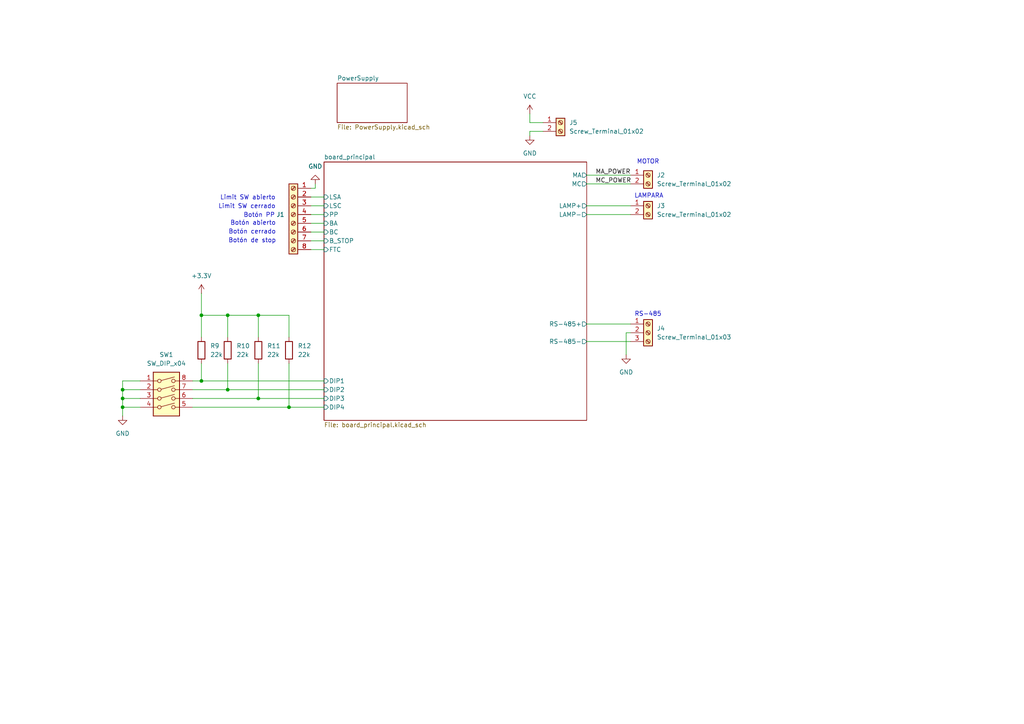
<source format=kicad_sch>
(kicad_sch
	(version 20250114)
	(generator "eeschema")
	(generator_version "9.0")
	(uuid "1b977d99-1d22-4971-9e37-13f65a474bc7")
	(paper "A4")
	(lib_symbols
		(symbol "Connector:Screw_Terminal_01x02"
			(pin_names
				(offset 1.016)
				(hide yes)
			)
			(exclude_from_sim no)
			(in_bom yes)
			(on_board yes)
			(property "Reference" "J"
				(at 0 2.54 0)
				(effects
					(font
						(size 1.27 1.27)
					)
				)
			)
			(property "Value" "Screw_Terminal_01x02"
				(at 0 -5.08 0)
				(effects
					(font
						(size 1.27 1.27)
					)
				)
			)
			(property "Footprint" ""
				(at 0 0 0)
				(effects
					(font
						(size 1.27 1.27)
					)
					(hide yes)
				)
			)
			(property "Datasheet" "~"
				(at 0 0 0)
				(effects
					(font
						(size 1.27 1.27)
					)
					(hide yes)
				)
			)
			(property "Description" "Generic screw terminal, single row, 01x02, script generated (kicad-library-utils/schlib/autogen/connector/)"
				(at 0 0 0)
				(effects
					(font
						(size 1.27 1.27)
					)
					(hide yes)
				)
			)
			(property "ki_keywords" "screw terminal"
				(at 0 0 0)
				(effects
					(font
						(size 1.27 1.27)
					)
					(hide yes)
				)
			)
			(property "ki_fp_filters" "TerminalBlock*:*"
				(at 0 0 0)
				(effects
					(font
						(size 1.27 1.27)
					)
					(hide yes)
				)
			)
			(symbol "Screw_Terminal_01x02_1_1"
				(rectangle
					(start -1.27 1.27)
					(end 1.27 -3.81)
					(stroke
						(width 0.254)
						(type default)
					)
					(fill
						(type background)
					)
				)
				(polyline
					(pts
						(xy -0.5334 0.3302) (xy 0.3302 -0.508)
					)
					(stroke
						(width 0.1524)
						(type default)
					)
					(fill
						(type none)
					)
				)
				(polyline
					(pts
						(xy -0.5334 -2.2098) (xy 0.3302 -3.048)
					)
					(stroke
						(width 0.1524)
						(type default)
					)
					(fill
						(type none)
					)
				)
				(polyline
					(pts
						(xy -0.3556 0.508) (xy 0.508 -0.3302)
					)
					(stroke
						(width 0.1524)
						(type default)
					)
					(fill
						(type none)
					)
				)
				(polyline
					(pts
						(xy -0.3556 -2.032) (xy 0.508 -2.8702)
					)
					(stroke
						(width 0.1524)
						(type default)
					)
					(fill
						(type none)
					)
				)
				(circle
					(center 0 0)
					(radius 0.635)
					(stroke
						(width 0.1524)
						(type default)
					)
					(fill
						(type none)
					)
				)
				(circle
					(center 0 -2.54)
					(radius 0.635)
					(stroke
						(width 0.1524)
						(type default)
					)
					(fill
						(type none)
					)
				)
				(pin passive line
					(at -5.08 0 0)
					(length 3.81)
					(name "Pin_1"
						(effects
							(font
								(size 1.27 1.27)
							)
						)
					)
					(number "1"
						(effects
							(font
								(size 1.27 1.27)
							)
						)
					)
				)
				(pin passive line
					(at -5.08 -2.54 0)
					(length 3.81)
					(name "Pin_2"
						(effects
							(font
								(size 1.27 1.27)
							)
						)
					)
					(number "2"
						(effects
							(font
								(size 1.27 1.27)
							)
						)
					)
				)
			)
			(embedded_fonts no)
		)
		(symbol "Connector:Screw_Terminal_01x03"
			(pin_names
				(offset 1.016)
				(hide yes)
			)
			(exclude_from_sim no)
			(in_bom yes)
			(on_board yes)
			(property "Reference" "J"
				(at 0 5.08 0)
				(effects
					(font
						(size 1.27 1.27)
					)
				)
			)
			(property "Value" "Screw_Terminal_01x03"
				(at 0 -5.08 0)
				(effects
					(font
						(size 1.27 1.27)
					)
				)
			)
			(property "Footprint" ""
				(at 0 0 0)
				(effects
					(font
						(size 1.27 1.27)
					)
					(hide yes)
				)
			)
			(property "Datasheet" "~"
				(at 0 0 0)
				(effects
					(font
						(size 1.27 1.27)
					)
					(hide yes)
				)
			)
			(property "Description" "Generic screw terminal, single row, 01x03, script generated (kicad-library-utils/schlib/autogen/connector/)"
				(at 0 0 0)
				(effects
					(font
						(size 1.27 1.27)
					)
					(hide yes)
				)
			)
			(property "ki_keywords" "screw terminal"
				(at 0 0 0)
				(effects
					(font
						(size 1.27 1.27)
					)
					(hide yes)
				)
			)
			(property "ki_fp_filters" "TerminalBlock*:*"
				(at 0 0 0)
				(effects
					(font
						(size 1.27 1.27)
					)
					(hide yes)
				)
			)
			(symbol "Screw_Terminal_01x03_1_1"
				(rectangle
					(start -1.27 3.81)
					(end 1.27 -3.81)
					(stroke
						(width 0.254)
						(type default)
					)
					(fill
						(type background)
					)
				)
				(polyline
					(pts
						(xy -0.5334 2.8702) (xy 0.3302 2.032)
					)
					(stroke
						(width 0.1524)
						(type default)
					)
					(fill
						(type none)
					)
				)
				(polyline
					(pts
						(xy -0.5334 0.3302) (xy 0.3302 -0.508)
					)
					(stroke
						(width 0.1524)
						(type default)
					)
					(fill
						(type none)
					)
				)
				(polyline
					(pts
						(xy -0.5334 -2.2098) (xy 0.3302 -3.048)
					)
					(stroke
						(width 0.1524)
						(type default)
					)
					(fill
						(type none)
					)
				)
				(polyline
					(pts
						(xy -0.3556 3.048) (xy 0.508 2.2098)
					)
					(stroke
						(width 0.1524)
						(type default)
					)
					(fill
						(type none)
					)
				)
				(polyline
					(pts
						(xy -0.3556 0.508) (xy 0.508 -0.3302)
					)
					(stroke
						(width 0.1524)
						(type default)
					)
					(fill
						(type none)
					)
				)
				(polyline
					(pts
						(xy -0.3556 -2.032) (xy 0.508 -2.8702)
					)
					(stroke
						(width 0.1524)
						(type default)
					)
					(fill
						(type none)
					)
				)
				(circle
					(center 0 2.54)
					(radius 0.635)
					(stroke
						(width 0.1524)
						(type default)
					)
					(fill
						(type none)
					)
				)
				(circle
					(center 0 0)
					(radius 0.635)
					(stroke
						(width 0.1524)
						(type default)
					)
					(fill
						(type none)
					)
				)
				(circle
					(center 0 -2.54)
					(radius 0.635)
					(stroke
						(width 0.1524)
						(type default)
					)
					(fill
						(type none)
					)
				)
				(pin passive line
					(at -5.08 2.54 0)
					(length 3.81)
					(name "Pin_1"
						(effects
							(font
								(size 1.27 1.27)
							)
						)
					)
					(number "1"
						(effects
							(font
								(size 1.27 1.27)
							)
						)
					)
				)
				(pin passive line
					(at -5.08 0 0)
					(length 3.81)
					(name "Pin_2"
						(effects
							(font
								(size 1.27 1.27)
							)
						)
					)
					(number "2"
						(effects
							(font
								(size 1.27 1.27)
							)
						)
					)
				)
				(pin passive line
					(at -5.08 -2.54 0)
					(length 3.81)
					(name "Pin_3"
						(effects
							(font
								(size 1.27 1.27)
							)
						)
					)
					(number "3"
						(effects
							(font
								(size 1.27 1.27)
							)
						)
					)
				)
			)
			(embedded_fonts no)
		)
		(symbol "Connector:Screw_Terminal_01x08"
			(pin_names
				(offset 1.016)
				(hide yes)
			)
			(exclude_from_sim no)
			(in_bom yes)
			(on_board yes)
			(property "Reference" "J"
				(at 0 10.16 0)
				(effects
					(font
						(size 1.27 1.27)
					)
				)
			)
			(property "Value" "Screw_Terminal_01x08"
				(at 0 -12.7 0)
				(effects
					(font
						(size 1.27 1.27)
					)
				)
			)
			(property "Footprint" ""
				(at 0 0 0)
				(effects
					(font
						(size 1.27 1.27)
					)
					(hide yes)
				)
			)
			(property "Datasheet" "~"
				(at 0 0 0)
				(effects
					(font
						(size 1.27 1.27)
					)
					(hide yes)
				)
			)
			(property "Description" "Generic screw terminal, single row, 01x08, script generated (kicad-library-utils/schlib/autogen/connector/)"
				(at 0 0 0)
				(effects
					(font
						(size 1.27 1.27)
					)
					(hide yes)
				)
			)
			(property "ki_keywords" "screw terminal"
				(at 0 0 0)
				(effects
					(font
						(size 1.27 1.27)
					)
					(hide yes)
				)
			)
			(property "ki_fp_filters" "TerminalBlock*:*"
				(at 0 0 0)
				(effects
					(font
						(size 1.27 1.27)
					)
					(hide yes)
				)
			)
			(symbol "Screw_Terminal_01x08_1_1"
				(rectangle
					(start -1.27 8.89)
					(end 1.27 -11.43)
					(stroke
						(width 0.254)
						(type default)
					)
					(fill
						(type background)
					)
				)
				(polyline
					(pts
						(xy -0.5334 7.9502) (xy 0.3302 7.112)
					)
					(stroke
						(width 0.1524)
						(type default)
					)
					(fill
						(type none)
					)
				)
				(polyline
					(pts
						(xy -0.5334 5.4102) (xy 0.3302 4.572)
					)
					(stroke
						(width 0.1524)
						(type default)
					)
					(fill
						(type none)
					)
				)
				(polyline
					(pts
						(xy -0.5334 2.8702) (xy 0.3302 2.032)
					)
					(stroke
						(width 0.1524)
						(type default)
					)
					(fill
						(type none)
					)
				)
				(polyline
					(pts
						(xy -0.5334 0.3302) (xy 0.3302 -0.508)
					)
					(stroke
						(width 0.1524)
						(type default)
					)
					(fill
						(type none)
					)
				)
				(polyline
					(pts
						(xy -0.5334 -2.2098) (xy 0.3302 -3.048)
					)
					(stroke
						(width 0.1524)
						(type default)
					)
					(fill
						(type none)
					)
				)
				(polyline
					(pts
						(xy -0.5334 -4.7498) (xy 0.3302 -5.588)
					)
					(stroke
						(width 0.1524)
						(type default)
					)
					(fill
						(type none)
					)
				)
				(polyline
					(pts
						(xy -0.5334 -7.2898) (xy 0.3302 -8.128)
					)
					(stroke
						(width 0.1524)
						(type default)
					)
					(fill
						(type none)
					)
				)
				(polyline
					(pts
						(xy -0.5334 -9.8298) (xy 0.3302 -10.668)
					)
					(stroke
						(width 0.1524)
						(type default)
					)
					(fill
						(type none)
					)
				)
				(polyline
					(pts
						(xy -0.3556 8.128) (xy 0.508 7.2898)
					)
					(stroke
						(width 0.1524)
						(type default)
					)
					(fill
						(type none)
					)
				)
				(polyline
					(pts
						(xy -0.3556 5.588) (xy 0.508 4.7498)
					)
					(stroke
						(width 0.1524)
						(type default)
					)
					(fill
						(type none)
					)
				)
				(polyline
					(pts
						(xy -0.3556 3.048) (xy 0.508 2.2098)
					)
					(stroke
						(width 0.1524)
						(type default)
					)
					(fill
						(type none)
					)
				)
				(polyline
					(pts
						(xy -0.3556 0.508) (xy 0.508 -0.3302)
					)
					(stroke
						(width 0.1524)
						(type default)
					)
					(fill
						(type none)
					)
				)
				(polyline
					(pts
						(xy -0.3556 -2.032) (xy 0.508 -2.8702)
					)
					(stroke
						(width 0.1524)
						(type default)
					)
					(fill
						(type none)
					)
				)
				(polyline
					(pts
						(xy -0.3556 -4.572) (xy 0.508 -5.4102)
					)
					(stroke
						(width 0.1524)
						(type default)
					)
					(fill
						(type none)
					)
				)
				(polyline
					(pts
						(xy -0.3556 -7.112) (xy 0.508 -7.9502)
					)
					(stroke
						(width 0.1524)
						(type default)
					)
					(fill
						(type none)
					)
				)
				(polyline
					(pts
						(xy -0.3556 -9.652) (xy 0.508 -10.4902)
					)
					(stroke
						(width 0.1524)
						(type default)
					)
					(fill
						(type none)
					)
				)
				(circle
					(center 0 7.62)
					(radius 0.635)
					(stroke
						(width 0.1524)
						(type default)
					)
					(fill
						(type none)
					)
				)
				(circle
					(center 0 5.08)
					(radius 0.635)
					(stroke
						(width 0.1524)
						(type default)
					)
					(fill
						(type none)
					)
				)
				(circle
					(center 0 2.54)
					(radius 0.635)
					(stroke
						(width 0.1524)
						(type default)
					)
					(fill
						(type none)
					)
				)
				(circle
					(center 0 0)
					(radius 0.635)
					(stroke
						(width 0.1524)
						(type default)
					)
					(fill
						(type none)
					)
				)
				(circle
					(center 0 -2.54)
					(radius 0.635)
					(stroke
						(width 0.1524)
						(type default)
					)
					(fill
						(type none)
					)
				)
				(circle
					(center 0 -5.08)
					(radius 0.635)
					(stroke
						(width 0.1524)
						(type default)
					)
					(fill
						(type none)
					)
				)
				(circle
					(center 0 -7.62)
					(radius 0.635)
					(stroke
						(width 0.1524)
						(type default)
					)
					(fill
						(type none)
					)
				)
				(circle
					(center 0 -10.16)
					(radius 0.635)
					(stroke
						(width 0.1524)
						(type default)
					)
					(fill
						(type none)
					)
				)
				(pin passive line
					(at -5.08 7.62 0)
					(length 3.81)
					(name "Pin_1"
						(effects
							(font
								(size 1.27 1.27)
							)
						)
					)
					(number "1"
						(effects
							(font
								(size 1.27 1.27)
							)
						)
					)
				)
				(pin passive line
					(at -5.08 5.08 0)
					(length 3.81)
					(name "Pin_2"
						(effects
							(font
								(size 1.27 1.27)
							)
						)
					)
					(number "2"
						(effects
							(font
								(size 1.27 1.27)
							)
						)
					)
				)
				(pin passive line
					(at -5.08 2.54 0)
					(length 3.81)
					(name "Pin_3"
						(effects
							(font
								(size 1.27 1.27)
							)
						)
					)
					(number "3"
						(effects
							(font
								(size 1.27 1.27)
							)
						)
					)
				)
				(pin passive line
					(at -5.08 0 0)
					(length 3.81)
					(name "Pin_4"
						(effects
							(font
								(size 1.27 1.27)
							)
						)
					)
					(number "4"
						(effects
							(font
								(size 1.27 1.27)
							)
						)
					)
				)
				(pin passive line
					(at -5.08 -2.54 0)
					(length 3.81)
					(name "Pin_5"
						(effects
							(font
								(size 1.27 1.27)
							)
						)
					)
					(number "5"
						(effects
							(font
								(size 1.27 1.27)
							)
						)
					)
				)
				(pin passive line
					(at -5.08 -5.08 0)
					(length 3.81)
					(name "Pin_6"
						(effects
							(font
								(size 1.27 1.27)
							)
						)
					)
					(number "6"
						(effects
							(font
								(size 1.27 1.27)
							)
						)
					)
				)
				(pin passive line
					(at -5.08 -7.62 0)
					(length 3.81)
					(name "Pin_7"
						(effects
							(font
								(size 1.27 1.27)
							)
						)
					)
					(number "7"
						(effects
							(font
								(size 1.27 1.27)
							)
						)
					)
				)
				(pin passive line
					(at -5.08 -10.16 0)
					(length 3.81)
					(name "Pin_8"
						(effects
							(font
								(size 1.27 1.27)
							)
						)
					)
					(number "8"
						(effects
							(font
								(size 1.27 1.27)
							)
						)
					)
				)
			)
			(embedded_fonts no)
		)
		(symbol "Device:R"
			(pin_numbers
				(hide yes)
			)
			(pin_names
				(offset 0)
			)
			(exclude_from_sim no)
			(in_bom yes)
			(on_board yes)
			(property "Reference" "R"
				(at 2.032 0 90)
				(effects
					(font
						(size 1.27 1.27)
					)
				)
			)
			(property "Value" "R"
				(at 0 0 90)
				(effects
					(font
						(size 1.27 1.27)
					)
				)
			)
			(property "Footprint" ""
				(at -1.778 0 90)
				(effects
					(font
						(size 1.27 1.27)
					)
					(hide yes)
				)
			)
			(property "Datasheet" "~"
				(at 0 0 0)
				(effects
					(font
						(size 1.27 1.27)
					)
					(hide yes)
				)
			)
			(property "Description" "Resistor"
				(at 0 0 0)
				(effects
					(font
						(size 1.27 1.27)
					)
					(hide yes)
				)
			)
			(property "ki_keywords" "R res resistor"
				(at 0 0 0)
				(effects
					(font
						(size 1.27 1.27)
					)
					(hide yes)
				)
			)
			(property "ki_fp_filters" "R_*"
				(at 0 0 0)
				(effects
					(font
						(size 1.27 1.27)
					)
					(hide yes)
				)
			)
			(symbol "R_0_1"
				(rectangle
					(start -1.016 -2.54)
					(end 1.016 2.54)
					(stroke
						(width 0.254)
						(type default)
					)
					(fill
						(type none)
					)
				)
			)
			(symbol "R_1_1"
				(pin passive line
					(at 0 3.81 270)
					(length 1.27)
					(name "~"
						(effects
							(font
								(size 1.27 1.27)
							)
						)
					)
					(number "1"
						(effects
							(font
								(size 1.27 1.27)
							)
						)
					)
				)
				(pin passive line
					(at 0 -3.81 90)
					(length 1.27)
					(name "~"
						(effects
							(font
								(size 1.27 1.27)
							)
						)
					)
					(number "2"
						(effects
							(font
								(size 1.27 1.27)
							)
						)
					)
				)
			)
			(embedded_fonts no)
		)
		(symbol "Switch:SW_DIP_x04"
			(pin_names
				(offset 0)
				(hide yes)
			)
			(exclude_from_sim no)
			(in_bom yes)
			(on_board yes)
			(property "Reference" "SW"
				(at 0 8.89 0)
				(effects
					(font
						(size 1.27 1.27)
					)
				)
			)
			(property "Value" "SW_DIP_x04"
				(at 0 -6.35 0)
				(effects
					(font
						(size 1.27 1.27)
					)
				)
			)
			(property "Footprint" ""
				(at 0 0 0)
				(effects
					(font
						(size 1.27 1.27)
					)
					(hide yes)
				)
			)
			(property "Datasheet" "~"
				(at 0 0 0)
				(effects
					(font
						(size 1.27 1.27)
					)
					(hide yes)
				)
			)
			(property "Description" "4x DIP Switch, Single Pole Single Throw (SPST) switch, small symbol"
				(at 0 0 0)
				(effects
					(font
						(size 1.27 1.27)
					)
					(hide yes)
				)
			)
			(property "ki_keywords" "dip switch"
				(at 0 0 0)
				(effects
					(font
						(size 1.27 1.27)
					)
					(hide yes)
				)
			)
			(property "ki_fp_filters" "SW?DIP?x4*"
				(at 0 0 0)
				(effects
					(font
						(size 1.27 1.27)
					)
					(hide yes)
				)
			)
			(symbol "SW_DIP_x04_0_0"
				(circle
					(center -2.032 5.08)
					(radius 0.508)
					(stroke
						(width 0)
						(type default)
					)
					(fill
						(type none)
					)
				)
				(circle
					(center -2.032 2.54)
					(radius 0.508)
					(stroke
						(width 0)
						(type default)
					)
					(fill
						(type none)
					)
				)
				(circle
					(center -2.032 0)
					(radius 0.508)
					(stroke
						(width 0)
						(type default)
					)
					(fill
						(type none)
					)
				)
				(circle
					(center -2.032 -2.54)
					(radius 0.508)
					(stroke
						(width 0)
						(type default)
					)
					(fill
						(type none)
					)
				)
				(polyline
					(pts
						(xy -1.524 5.207) (xy 2.3622 6.2484)
					)
					(stroke
						(width 0)
						(type default)
					)
					(fill
						(type none)
					)
				)
				(polyline
					(pts
						(xy -1.524 2.667) (xy 2.3622 3.7084)
					)
					(stroke
						(width 0)
						(type default)
					)
					(fill
						(type none)
					)
				)
				(polyline
					(pts
						(xy -1.524 0.127) (xy 2.3622 1.1684)
					)
					(stroke
						(width 0)
						(type default)
					)
					(fill
						(type none)
					)
				)
				(polyline
					(pts
						(xy -1.524 -2.3876) (xy 2.3622 -1.3462)
					)
					(stroke
						(width 0)
						(type default)
					)
					(fill
						(type none)
					)
				)
				(circle
					(center 2.032 5.08)
					(radius 0.508)
					(stroke
						(width 0)
						(type default)
					)
					(fill
						(type none)
					)
				)
				(circle
					(center 2.032 2.54)
					(radius 0.508)
					(stroke
						(width 0)
						(type default)
					)
					(fill
						(type none)
					)
				)
				(circle
					(center 2.032 0)
					(radius 0.508)
					(stroke
						(width 0)
						(type default)
					)
					(fill
						(type none)
					)
				)
				(circle
					(center 2.032 -2.54)
					(radius 0.508)
					(stroke
						(width 0)
						(type default)
					)
					(fill
						(type none)
					)
				)
			)
			(symbol "SW_DIP_x04_0_1"
				(rectangle
					(start -3.81 7.62)
					(end 3.81 -5.08)
					(stroke
						(width 0.254)
						(type default)
					)
					(fill
						(type background)
					)
				)
			)
			(symbol "SW_DIP_x04_1_1"
				(pin passive line
					(at -7.62 5.08 0)
					(length 5.08)
					(name "~"
						(effects
							(font
								(size 1.27 1.27)
							)
						)
					)
					(number "1"
						(effects
							(font
								(size 1.27 1.27)
							)
						)
					)
				)
				(pin passive line
					(at -7.62 2.54 0)
					(length 5.08)
					(name "~"
						(effects
							(font
								(size 1.27 1.27)
							)
						)
					)
					(number "2"
						(effects
							(font
								(size 1.27 1.27)
							)
						)
					)
				)
				(pin passive line
					(at -7.62 0 0)
					(length 5.08)
					(name "~"
						(effects
							(font
								(size 1.27 1.27)
							)
						)
					)
					(number "3"
						(effects
							(font
								(size 1.27 1.27)
							)
						)
					)
				)
				(pin passive line
					(at -7.62 -2.54 0)
					(length 5.08)
					(name "~"
						(effects
							(font
								(size 1.27 1.27)
							)
						)
					)
					(number "4"
						(effects
							(font
								(size 1.27 1.27)
							)
						)
					)
				)
				(pin passive line
					(at 7.62 5.08 180)
					(length 5.08)
					(name "~"
						(effects
							(font
								(size 1.27 1.27)
							)
						)
					)
					(number "8"
						(effects
							(font
								(size 1.27 1.27)
							)
						)
					)
				)
				(pin passive line
					(at 7.62 2.54 180)
					(length 5.08)
					(name "~"
						(effects
							(font
								(size 1.27 1.27)
							)
						)
					)
					(number "7"
						(effects
							(font
								(size 1.27 1.27)
							)
						)
					)
				)
				(pin passive line
					(at 7.62 0 180)
					(length 5.08)
					(name "~"
						(effects
							(font
								(size 1.27 1.27)
							)
						)
					)
					(number "6"
						(effects
							(font
								(size 1.27 1.27)
							)
						)
					)
				)
				(pin passive line
					(at 7.62 -2.54 180)
					(length 5.08)
					(name "~"
						(effects
							(font
								(size 1.27 1.27)
							)
						)
					)
					(number "5"
						(effects
							(font
								(size 1.27 1.27)
							)
						)
					)
				)
			)
			(embedded_fonts no)
		)
		(symbol "power:+3.3V"
			(power)
			(pin_numbers
				(hide yes)
			)
			(pin_names
				(offset 0)
				(hide yes)
			)
			(exclude_from_sim no)
			(in_bom yes)
			(on_board yes)
			(property "Reference" "#PWR"
				(at 0 -3.81 0)
				(effects
					(font
						(size 1.27 1.27)
					)
					(hide yes)
				)
			)
			(property "Value" "+3.3V"
				(at 0 3.556 0)
				(effects
					(font
						(size 1.27 1.27)
					)
				)
			)
			(property "Footprint" ""
				(at 0 0 0)
				(effects
					(font
						(size 1.27 1.27)
					)
					(hide yes)
				)
			)
			(property "Datasheet" ""
				(at 0 0 0)
				(effects
					(font
						(size 1.27 1.27)
					)
					(hide yes)
				)
			)
			(property "Description" "Power symbol creates a global label with name \"+3.3V\""
				(at 0 0 0)
				(effects
					(font
						(size 1.27 1.27)
					)
					(hide yes)
				)
			)
			(property "ki_keywords" "global power"
				(at 0 0 0)
				(effects
					(font
						(size 1.27 1.27)
					)
					(hide yes)
				)
			)
			(symbol "+3.3V_0_1"
				(polyline
					(pts
						(xy -0.762 1.27) (xy 0 2.54)
					)
					(stroke
						(width 0)
						(type default)
					)
					(fill
						(type none)
					)
				)
				(polyline
					(pts
						(xy 0 2.54) (xy 0.762 1.27)
					)
					(stroke
						(width 0)
						(type default)
					)
					(fill
						(type none)
					)
				)
				(polyline
					(pts
						(xy 0 0) (xy 0 2.54)
					)
					(stroke
						(width 0)
						(type default)
					)
					(fill
						(type none)
					)
				)
			)
			(symbol "+3.3V_1_1"
				(pin power_in line
					(at 0 0 90)
					(length 0)
					(name "~"
						(effects
							(font
								(size 1.27 1.27)
							)
						)
					)
					(number "1"
						(effects
							(font
								(size 1.27 1.27)
							)
						)
					)
				)
			)
			(embedded_fonts no)
		)
		(symbol "power:GND"
			(power)
			(pin_numbers
				(hide yes)
			)
			(pin_names
				(offset 0)
				(hide yes)
			)
			(exclude_from_sim no)
			(in_bom yes)
			(on_board yes)
			(property "Reference" "#PWR"
				(at 0 -6.35 0)
				(effects
					(font
						(size 1.27 1.27)
					)
					(hide yes)
				)
			)
			(property "Value" "GND"
				(at 0 -3.81 0)
				(effects
					(font
						(size 1.27 1.27)
					)
				)
			)
			(property "Footprint" ""
				(at 0 0 0)
				(effects
					(font
						(size 1.27 1.27)
					)
					(hide yes)
				)
			)
			(property "Datasheet" ""
				(at 0 0 0)
				(effects
					(font
						(size 1.27 1.27)
					)
					(hide yes)
				)
			)
			(property "Description" "Power symbol creates a global label with name \"GND\" , ground"
				(at 0 0 0)
				(effects
					(font
						(size 1.27 1.27)
					)
					(hide yes)
				)
			)
			(property "ki_keywords" "global power"
				(at 0 0 0)
				(effects
					(font
						(size 1.27 1.27)
					)
					(hide yes)
				)
			)
			(symbol "GND_0_1"
				(polyline
					(pts
						(xy 0 0) (xy 0 -1.27) (xy 1.27 -1.27) (xy 0 -2.54) (xy -1.27 -1.27) (xy 0 -1.27)
					)
					(stroke
						(width 0)
						(type default)
					)
					(fill
						(type none)
					)
				)
			)
			(symbol "GND_1_1"
				(pin power_in line
					(at 0 0 270)
					(length 0)
					(name "~"
						(effects
							(font
								(size 1.27 1.27)
							)
						)
					)
					(number "1"
						(effects
							(font
								(size 1.27 1.27)
							)
						)
					)
				)
			)
			(embedded_fonts no)
		)
		(symbol "power:VCC"
			(power)
			(pin_numbers
				(hide yes)
			)
			(pin_names
				(offset 0)
				(hide yes)
			)
			(exclude_from_sim no)
			(in_bom yes)
			(on_board yes)
			(property "Reference" "#PWR"
				(at 0 -3.81 0)
				(effects
					(font
						(size 1.27 1.27)
					)
					(hide yes)
				)
			)
			(property "Value" "VCC"
				(at 0 3.556 0)
				(effects
					(font
						(size 1.27 1.27)
					)
				)
			)
			(property "Footprint" ""
				(at 0 0 0)
				(effects
					(font
						(size 1.27 1.27)
					)
					(hide yes)
				)
			)
			(property "Datasheet" ""
				(at 0 0 0)
				(effects
					(font
						(size 1.27 1.27)
					)
					(hide yes)
				)
			)
			(property "Description" "Power symbol creates a global label with name \"VCC\""
				(at 0 0 0)
				(effects
					(font
						(size 1.27 1.27)
					)
					(hide yes)
				)
			)
			(property "ki_keywords" "global power"
				(at 0 0 0)
				(effects
					(font
						(size 1.27 1.27)
					)
					(hide yes)
				)
			)
			(symbol "VCC_0_1"
				(polyline
					(pts
						(xy -0.762 1.27) (xy 0 2.54)
					)
					(stroke
						(width 0)
						(type default)
					)
					(fill
						(type none)
					)
				)
				(polyline
					(pts
						(xy 0 2.54) (xy 0.762 1.27)
					)
					(stroke
						(width 0)
						(type default)
					)
					(fill
						(type none)
					)
				)
				(polyline
					(pts
						(xy 0 0) (xy 0 2.54)
					)
					(stroke
						(width 0)
						(type default)
					)
					(fill
						(type none)
					)
				)
			)
			(symbol "VCC_1_1"
				(pin power_in line
					(at 0 0 90)
					(length 0)
					(name "~"
						(effects
							(font
								(size 1.27 1.27)
							)
						)
					)
					(number "1"
						(effects
							(font
								(size 1.27 1.27)
							)
						)
					)
				)
			)
			(embedded_fonts no)
		)
	)
	(text "Botón abierto\n"
		(exclude_from_sim no)
		(at 73.406 64.77 0)
		(effects
			(font
				(size 1.27 1.27)
			)
		)
		(uuid "050beb40-9896-4ce2-b053-5a7d3defb1a4")
	)
	(text "Botón cerrado"
		(exclude_from_sim no)
		(at 73.152 67.31 0)
		(effects
			(font
				(size 1.27 1.27)
			)
		)
		(uuid "12fe9894-6db1-40a4-a67b-16c6f3535e18")
	)
	(text "MOTOR"
		(exclude_from_sim no)
		(at 187.96 46.99 0)
		(effects
			(font
				(size 1.27 1.27)
			)
		)
		(uuid "3ee228aa-a70b-4e42-b2db-b01273705738")
	)
	(text "Botón PP\n"
		(exclude_from_sim no)
		(at 75.184 62.484 0)
		(effects
			(font
				(size 1.27 1.27)
			)
		)
		(uuid "4f58a2ce-1de3-4f37-837a-251dd1e3d052")
	)
	(text "LAMPARA"
		(exclude_from_sim no)
		(at 188.214 56.896 0)
		(effects
			(font
				(size 1.27 1.27)
			)
		)
		(uuid "78423322-e3e0-489c-9713-0ef3bcc13ffa")
	)
	(text "Limit SW abierto"
		(exclude_from_sim no)
		(at 71.882 57.404 0)
		(effects
			(font
				(size 1.27 1.27)
			)
		)
		(uuid "96b9aeb4-3b9b-4932-bab4-e7c89a8c0aeb")
	)
	(text "Botón de stop"
		(exclude_from_sim no)
		(at 73.152 69.85 0)
		(effects
			(font
				(size 1.27 1.27)
			)
		)
		(uuid "eb944e3c-4a7c-4269-a235-3731ad7fd766")
	)
	(text "Limit SW cerrado\n"
		(exclude_from_sim no)
		(at 71.628 59.944 0)
		(effects
			(font
				(size 1.27 1.27)
			)
		)
		(uuid "f0d47fee-bf75-4ae2-a055-b44d0e675add")
	)
	(text "RS-485"
		(exclude_from_sim no)
		(at 187.96 91.186 0)
		(effects
			(font
				(size 1.27 1.27)
			)
		)
		(uuid "f0f57e80-cc3f-4755-9c8d-a7e04a256058")
	)
	(junction
		(at 58.42 110.49)
		(diameter 0)
		(color 0 0 0 0)
		(uuid "215e55a2-3b39-4016-b8c5-516be7a8f37e")
	)
	(junction
		(at 35.56 113.03)
		(diameter 0)
		(color 0 0 0 0)
		(uuid "4774ae00-d303-4967-8a9c-84975bf5f704")
	)
	(junction
		(at 58.42 91.44)
		(diameter 0)
		(color 0 0 0 0)
		(uuid "547ca51d-0e23-4840-b256-8e8366dc99c0")
	)
	(junction
		(at 66.04 113.03)
		(diameter 0)
		(color 0 0 0 0)
		(uuid "7775eee8-63f8-46f5-be23-3f585c8dfbe2")
	)
	(junction
		(at 83.82 118.11)
		(diameter 0)
		(color 0 0 0 0)
		(uuid "804a4ea8-4d2e-47a5-8d88-f45bccb51810")
	)
	(junction
		(at 35.56 118.11)
		(diameter 0)
		(color 0 0 0 0)
		(uuid "9b1eb0e6-8dd7-440b-b455-29cdf273e6b5")
	)
	(junction
		(at 66.04 91.44)
		(diameter 0)
		(color 0 0 0 0)
		(uuid "a29448f2-334f-4700-895c-f999c09f7989")
	)
	(junction
		(at 74.93 91.44)
		(diameter 0)
		(color 0 0 0 0)
		(uuid "a8debdc2-62c0-4d68-9fd9-cb0203b94ee7")
	)
	(junction
		(at 35.56 115.57)
		(diameter 0)
		(color 0 0 0 0)
		(uuid "bf13c2aa-51af-4022-9d2a-d45509018451")
	)
	(junction
		(at 74.93 115.57)
		(diameter 0)
		(color 0 0 0 0)
		(uuid "d98937af-31ea-4470-a4cf-d5701969c561")
	)
	(wire
		(pts
			(xy 153.67 35.56) (xy 153.67 33.02)
		)
		(stroke
			(width 0)
			(type default)
		)
		(uuid "0ad84686-8d01-44ad-93d8-d8e04b9a95a0")
	)
	(wire
		(pts
			(xy 91.44 53.34) (xy 91.44 54.61)
		)
		(stroke
			(width 0)
			(type default)
		)
		(uuid "0f2b7f33-3240-4f30-80ba-e5b2cdedab3a")
	)
	(wire
		(pts
			(xy 90.17 59.69) (xy 93.98 59.69)
		)
		(stroke
			(width 0)
			(type default)
		)
		(uuid "106220ee-3143-4387-b85b-c5a0becaa5e5")
	)
	(wire
		(pts
			(xy 35.56 115.57) (xy 40.64 115.57)
		)
		(stroke
			(width 0)
			(type default)
		)
		(uuid "18e5b117-828e-4538-995e-74239c7d060a")
	)
	(wire
		(pts
			(xy 55.88 110.49) (xy 58.42 110.49)
		)
		(stroke
			(width 0)
			(type default)
		)
		(uuid "35d8f640-3e4b-49ca-a6f3-e7c2ef1daca4")
	)
	(wire
		(pts
			(xy 74.93 91.44) (xy 66.04 91.44)
		)
		(stroke
			(width 0)
			(type default)
		)
		(uuid "3c06c6ed-1033-4cb6-8b89-fe867fed22db")
	)
	(wire
		(pts
			(xy 83.82 91.44) (xy 74.93 91.44)
		)
		(stroke
			(width 0)
			(type default)
		)
		(uuid "3d097230-7394-4380-bbac-29097f58a736")
	)
	(wire
		(pts
			(xy 74.93 91.44) (xy 74.93 97.79)
		)
		(stroke
			(width 0)
			(type default)
		)
		(uuid "3e3fe08b-1a7e-4112-9595-fabe26ccc04e")
	)
	(wire
		(pts
			(xy 170.18 59.69) (xy 182.88 59.69)
		)
		(stroke
			(width 0)
			(type default)
		)
		(uuid "3e96393d-7c82-4586-a7a7-0e06c41fc903")
	)
	(wire
		(pts
			(xy 58.42 110.49) (xy 93.98 110.49)
		)
		(stroke
			(width 0)
			(type default)
		)
		(uuid "46505f6e-d4e8-45ff-a6f3-2eefae34f7ed")
	)
	(wire
		(pts
			(xy 153.67 38.1) (xy 157.48 38.1)
		)
		(stroke
			(width 0)
			(type default)
		)
		(uuid "488fee2b-bf1d-4ba1-9294-6d8ee85715aa")
	)
	(wire
		(pts
			(xy 35.56 115.57) (xy 35.56 118.11)
		)
		(stroke
			(width 0)
			(type default)
		)
		(uuid "4dda29de-519e-4b8e-9e6c-99d44f8ea566")
	)
	(wire
		(pts
			(xy 157.48 35.56) (xy 153.67 35.56)
		)
		(stroke
			(width 0)
			(type default)
		)
		(uuid "55c8a4cc-1f67-450b-a10d-553cf6c40012")
	)
	(wire
		(pts
			(xy 90.17 57.15) (xy 93.98 57.15)
		)
		(stroke
			(width 0)
			(type default)
		)
		(uuid "593c83d9-43aa-49ec-bc1f-eccc83105f49")
	)
	(wire
		(pts
			(xy 58.42 85.09) (xy 58.42 91.44)
		)
		(stroke
			(width 0)
			(type default)
		)
		(uuid "63def379-21d1-46f0-8375-f14fed8a9b1b")
	)
	(wire
		(pts
			(xy 90.17 64.77) (xy 93.98 64.77)
		)
		(stroke
			(width 0)
			(type default)
		)
		(uuid "670bfa2b-a97b-4d97-905c-262b112a5c28")
	)
	(wire
		(pts
			(xy 170.18 62.23) (xy 182.88 62.23)
		)
		(stroke
			(width 0)
			(type default)
		)
		(uuid "689ef9fc-9ac5-4862-9e0b-a7b89bfc2cda")
	)
	(wire
		(pts
			(xy 66.04 113.03) (xy 93.98 113.03)
		)
		(stroke
			(width 0)
			(type default)
		)
		(uuid "696fa4f8-22c8-449a-888b-d847dd6d53c9")
	)
	(wire
		(pts
			(xy 181.61 96.52) (xy 181.61 102.87)
		)
		(stroke
			(width 0)
			(type default)
		)
		(uuid "6aca7607-0429-4012-87b9-ac243a581e77")
	)
	(wire
		(pts
			(xy 58.42 91.44) (xy 58.42 97.79)
		)
		(stroke
			(width 0)
			(type default)
		)
		(uuid "6e116a70-bb0d-4015-afa2-ace7c91cbc05")
	)
	(wire
		(pts
			(xy 74.93 115.57) (xy 93.98 115.57)
		)
		(stroke
			(width 0)
			(type default)
		)
		(uuid "77905982-78db-4db0-9a60-b011a61aee98")
	)
	(wire
		(pts
			(xy 83.82 105.41) (xy 83.82 118.11)
		)
		(stroke
			(width 0)
			(type default)
		)
		(uuid "784d3018-e51e-4a7a-9ba9-4851c1dcc10b")
	)
	(wire
		(pts
			(xy 90.17 67.31) (xy 93.98 67.31)
		)
		(stroke
			(width 0)
			(type default)
		)
		(uuid "7a4a3ecb-8ead-44d7-9e69-dd6c678ea887")
	)
	(wire
		(pts
			(xy 66.04 91.44) (xy 66.04 97.79)
		)
		(stroke
			(width 0)
			(type default)
		)
		(uuid "7b04d0e8-e2f7-43d4-ba44-bf956d49c0d7")
	)
	(wire
		(pts
			(xy 83.82 118.11) (xy 93.98 118.11)
		)
		(stroke
			(width 0)
			(type default)
		)
		(uuid "8370dd80-9fe1-4e0b-b6f8-8a697a10d2e0")
	)
	(wire
		(pts
			(xy 153.67 39.37) (xy 153.67 38.1)
		)
		(stroke
			(width 0)
			(type default)
		)
		(uuid "8a93edf8-c638-4f96-9108-3a5dfccf6d83")
	)
	(wire
		(pts
			(xy 90.17 69.85) (xy 93.98 69.85)
		)
		(stroke
			(width 0)
			(type default)
		)
		(uuid "8db54b8f-a0df-4ead-b576-d4f8b26d0a7f")
	)
	(wire
		(pts
			(xy 170.18 53.34) (xy 182.88 53.34)
		)
		(stroke
			(width 0)
			(type default)
		)
		(uuid "90f2cc17-65d7-435c-8bf8-3250bfb104ab")
	)
	(wire
		(pts
			(xy 55.88 113.03) (xy 66.04 113.03)
		)
		(stroke
			(width 0)
			(type default)
		)
		(uuid "9983dd0b-74a0-4139-a434-9de11d511b7d")
	)
	(wire
		(pts
			(xy 55.88 115.57) (xy 74.93 115.57)
		)
		(stroke
			(width 0)
			(type default)
		)
		(uuid "9b2a74e2-19ae-462b-b2ae-172cf19c2dec")
	)
	(wire
		(pts
			(xy 58.42 105.41) (xy 58.42 110.49)
		)
		(stroke
			(width 0)
			(type default)
		)
		(uuid "b17aa2ff-26df-4b27-8458-a0a420383ea5")
	)
	(wire
		(pts
			(xy 35.56 118.11) (xy 35.56 120.65)
		)
		(stroke
			(width 0)
			(type default)
		)
		(uuid "c1920b64-5125-4591-bf8e-5fbb06d7fc9d")
	)
	(wire
		(pts
			(xy 83.82 97.79) (xy 83.82 91.44)
		)
		(stroke
			(width 0)
			(type default)
		)
		(uuid "d1867945-db15-44d9-82d3-40824a5e6312")
	)
	(wire
		(pts
			(xy 35.56 113.03) (xy 40.64 113.03)
		)
		(stroke
			(width 0)
			(type default)
		)
		(uuid "d4a38c98-0b52-40fe-94f9-597ae87c927c")
	)
	(wire
		(pts
			(xy 66.04 105.41) (xy 66.04 113.03)
		)
		(stroke
			(width 0)
			(type default)
		)
		(uuid "e0a6c02b-d8bb-45d6-a850-76c01c06efc4")
	)
	(wire
		(pts
			(xy 182.88 96.52) (xy 181.61 96.52)
		)
		(stroke
			(width 0)
			(type default)
		)
		(uuid "e22a7396-f019-43f5-90dc-e6e715e4050e")
	)
	(wire
		(pts
			(xy 55.88 118.11) (xy 83.82 118.11)
		)
		(stroke
			(width 0)
			(type default)
		)
		(uuid "e3633771-e3a6-4e5c-8519-774aaab4f5e5")
	)
	(wire
		(pts
			(xy 91.44 54.61) (xy 90.17 54.61)
		)
		(stroke
			(width 0)
			(type default)
		)
		(uuid "e4fd76bd-2ed8-4eff-81a2-a953669b7f8c")
	)
	(wire
		(pts
			(xy 90.17 72.39) (xy 93.98 72.39)
		)
		(stroke
			(width 0)
			(type default)
		)
		(uuid "e75e4cc5-79ce-4fe6-b302-c17470ca9baf")
	)
	(wire
		(pts
			(xy 74.93 105.41) (xy 74.93 115.57)
		)
		(stroke
			(width 0)
			(type default)
		)
		(uuid "e79fc88b-3a0b-4bab-9e13-72b113d282e8")
	)
	(wire
		(pts
			(xy 40.64 110.49) (xy 35.56 110.49)
		)
		(stroke
			(width 0)
			(type default)
		)
		(uuid "e8b467b0-7c67-4d46-9684-d2f96c3f07d7")
	)
	(wire
		(pts
			(xy 90.17 62.23) (xy 93.98 62.23)
		)
		(stroke
			(width 0)
			(type default)
		)
		(uuid "e8f09491-0c2e-470a-8c92-bf54dfd94d12")
	)
	(wire
		(pts
			(xy 35.56 113.03) (xy 35.56 115.57)
		)
		(stroke
			(width 0)
			(type default)
		)
		(uuid "f132bda8-3a4f-466a-a3ed-c16f41eb3ba9")
	)
	(wire
		(pts
			(xy 35.56 110.49) (xy 35.56 113.03)
		)
		(stroke
			(width 0)
			(type default)
		)
		(uuid "f19c5274-6914-4214-b573-f9199d0beafa")
	)
	(wire
		(pts
			(xy 66.04 91.44) (xy 58.42 91.44)
		)
		(stroke
			(width 0)
			(type default)
		)
		(uuid "f20c3169-8428-4739-903e-9352861b55da")
	)
	(wire
		(pts
			(xy 170.18 93.98) (xy 182.88 93.98)
		)
		(stroke
			(width 0)
			(type default)
		)
		(uuid "f6171b0d-34f9-4eb1-bf7b-ae0011b4112e")
	)
	(wire
		(pts
			(xy 35.56 118.11) (xy 40.64 118.11)
		)
		(stroke
			(width 0)
			(type default)
		)
		(uuid "f68e5795-9dff-4ce2-971a-05241fd3e9ad")
	)
	(wire
		(pts
			(xy 170.18 50.8) (xy 182.88 50.8)
		)
		(stroke
			(width 0)
			(type default)
		)
		(uuid "f6dc35fe-c0aa-45a8-81a6-45f886763afe")
	)
	(wire
		(pts
			(xy 170.18 99.06) (xy 182.88 99.06)
		)
		(stroke
			(width 0)
			(type default)
		)
		(uuid "ff884830-fbbf-4841-9e34-e4386aa8597b")
	)
	(label "MA_POWER"
		(at 172.72 50.8 0)
		(effects
			(font
				(size 1.27 1.27)
			)
			(justify left bottom)
		)
		(uuid "0ab99d44-ce36-4df3-b249-e8f2860baa47")
	)
	(label "MC_POWER"
		(at 172.72 53.34 0)
		(effects
			(font
				(size 1.27 1.27)
			)
			(justify left bottom)
		)
		(uuid "6d3702bf-905f-41b8-9663-e771ad47e1b2")
	)
	(symbol
		(lib_id "Device:R")
		(at 58.42 101.6 0)
		(unit 1)
		(exclude_from_sim no)
		(in_bom yes)
		(on_board yes)
		(dnp no)
		(fields_autoplaced yes)
		(uuid "13c3982d-9d86-4c47-9eaa-e58d111ad428")
		(property "Reference" "R9"
			(at 60.96 100.3299 0)
			(effects
				(font
					(size 1.27 1.27)
				)
				(justify left)
			)
		)
		(property "Value" "22k"
			(at 60.96 102.8699 0)
			(effects
				(font
					(size 1.27 1.27)
				)
				(justify left)
			)
		)
		(property "Footprint" "Resistor_SMD:R_0201_0603Metric"
			(at 56.642 101.6 90)
			(effects
				(font
					(size 1.27 1.27)
				)
				(hide yes)
			)
		)
		(property "Datasheet" "~"
			(at 58.42 101.6 0)
			(effects
				(font
					(size 1.27 1.27)
				)
				(hide yes)
			)
		)
		(property "Description" "Resistor"
			(at 58.42 101.6 0)
			(effects
				(font
					(size 1.27 1.27)
				)
				(hide yes)
			)
		)
		(pin "2"
			(uuid "98928358-c9ea-4438-8c9c-91d4b5a26497")
		)
		(pin "1"
			(uuid "6bf4a069-9c37-45bf-ab67-a6fb08b12fb2")
		)
		(instances
			(project ""
				(path "/1b977d99-1d22-4971-9e37-13f65a474bc7"
					(reference "R9")
					(unit 1)
				)
			)
		)
	)
	(symbol
		(lib_id "Connector:Screw_Terminal_01x03")
		(at 187.96 96.52 0)
		(unit 1)
		(exclude_from_sim no)
		(in_bom yes)
		(on_board yes)
		(dnp no)
		(fields_autoplaced yes)
		(uuid "18039773-52d5-40cb-ad36-4b78f1afe0c0")
		(property "Reference" "J4"
			(at 190.5 95.2499 0)
			(effects
				(font
					(size 1.27 1.27)
				)
				(justify left)
			)
		)
		(property "Value" "Screw_Terminal_01x03"
			(at 190.5 97.7899 0)
			(effects
				(font
					(size 1.27 1.27)
				)
				(justify left)
			)
		)
		(property "Footprint" "TerminalBlock:TerminalBlock_Altech_AK300-3_P5.00mm"
			(at 187.96 96.52 0)
			(effects
				(font
					(size 1.27 1.27)
				)
				(hide yes)
			)
		)
		(property "Datasheet" "~"
			(at 187.96 96.52 0)
			(effects
				(font
					(size 1.27 1.27)
				)
				(hide yes)
			)
		)
		(property "Description" "Generic screw terminal, single row, 01x03, script generated (kicad-library-utils/schlib/autogen/connector/)"
			(at 187.96 96.52 0)
			(effects
				(font
					(size 1.27 1.27)
				)
				(hide yes)
			)
		)
		(pin "3"
			(uuid "3dfe7449-5738-4407-a12b-e0b535d48e75")
		)
		(pin "2"
			(uuid "519add41-9ef1-46d2-9156-c09778a67121")
		)
		(pin "1"
			(uuid "0ee59482-a53c-4fb8-bc55-4dff24e5f05e")
		)
		(instances
			(project ""
				(path "/1b977d99-1d22-4971-9e37-13f65a474bc7"
					(reference "J4")
					(unit 1)
				)
			)
		)
	)
	(symbol
		(lib_id "Connector:Screw_Terminal_01x02")
		(at 162.56 35.56 0)
		(unit 1)
		(exclude_from_sim no)
		(in_bom yes)
		(on_board yes)
		(dnp no)
		(fields_autoplaced yes)
		(uuid "2008ce91-572b-40a0-94df-96ed959b920c")
		(property "Reference" "J5"
			(at 165.1 35.5599 0)
			(effects
				(font
					(size 1.27 1.27)
				)
				(justify left)
			)
		)
		(property "Value" "Screw_Terminal_01x02"
			(at 165.1 38.0999 0)
			(effects
				(font
					(size 1.27 1.27)
				)
				(justify left)
			)
		)
		(property "Footprint" "TerminalBlock_MetzConnect:TerminalBlock_MetzConnect_Type055_RT01502HDWU_1x02_P5.00mm_Horizontal"
			(at 162.56 35.56 0)
			(effects
				(font
					(size 1.27 1.27)
				)
				(hide yes)
			)
		)
		(property "Datasheet" "~"
			(at 162.56 35.56 0)
			(effects
				(font
					(size 1.27 1.27)
				)
				(hide yes)
			)
		)
		(property "Description" "Generic screw terminal, single row, 01x02, script generated (kicad-library-utils/schlib/autogen/connector/)"
			(at 162.56 35.56 0)
			(effects
				(font
					(size 1.27 1.27)
				)
				(hide yes)
			)
		)
		(pin "1"
			(uuid "78fd0cc0-57c5-43cd-a14f-8543fbc445c3")
		)
		(pin "2"
			(uuid "b545766c-e0d5-4077-b617-76a212689abc")
		)
		(instances
			(project "Micro_puerta"
				(path "/1b977d99-1d22-4971-9e37-13f65a474bc7"
					(reference "J5")
					(unit 1)
				)
			)
		)
	)
	(symbol
		(lib_id "power:GND")
		(at 153.67 39.37 0)
		(unit 1)
		(exclude_from_sim no)
		(in_bom yes)
		(on_board yes)
		(dnp no)
		(fields_autoplaced yes)
		(uuid "3c4e7f1d-636f-4ff8-9502-cbd9ae226822")
		(property "Reference" "#PWR01"
			(at 153.67 45.72 0)
			(effects
				(font
					(size 1.27 1.27)
				)
				(hide yes)
			)
		)
		(property "Value" "GND"
			(at 153.67 44.45 0)
			(effects
				(font
					(size 1.27 1.27)
				)
			)
		)
		(property "Footprint" ""
			(at 153.67 39.37 0)
			(effects
				(font
					(size 1.27 1.27)
				)
				(hide yes)
			)
		)
		(property "Datasheet" ""
			(at 153.67 39.37 0)
			(effects
				(font
					(size 1.27 1.27)
				)
				(hide yes)
			)
		)
		(property "Description" "Power symbol creates a global label with name \"GND\" , ground"
			(at 153.67 39.37 0)
			(effects
				(font
					(size 1.27 1.27)
				)
				(hide yes)
			)
		)
		(pin "1"
			(uuid "85980625-9905-440f-9cba-1db2b9fa8549")
		)
		(instances
			(project ""
				(path "/1b977d99-1d22-4971-9e37-13f65a474bc7"
					(reference "#PWR01")
					(unit 1)
				)
			)
		)
	)
	(symbol
		(lib_id "Device:R")
		(at 66.04 101.6 0)
		(unit 1)
		(exclude_from_sim no)
		(in_bom yes)
		(on_board yes)
		(dnp no)
		(fields_autoplaced yes)
		(uuid "3dfe1467-df9f-4b89-b0d0-3146ad62f9ef")
		(property "Reference" "R10"
			(at 68.58 100.3299 0)
			(effects
				(font
					(size 1.27 1.27)
				)
				(justify left)
			)
		)
		(property "Value" "22k"
			(at 68.58 102.8699 0)
			(effects
				(font
					(size 1.27 1.27)
				)
				(justify left)
			)
		)
		(property "Footprint" "Resistor_SMD:R_0201_0603Metric"
			(at 64.262 101.6 90)
			(effects
				(font
					(size 1.27 1.27)
				)
				(hide yes)
			)
		)
		(property "Datasheet" "~"
			(at 66.04 101.6 0)
			(effects
				(font
					(size 1.27 1.27)
				)
				(hide yes)
			)
		)
		(property "Description" "Resistor"
			(at 66.04 101.6 0)
			(effects
				(font
					(size 1.27 1.27)
				)
				(hide yes)
			)
		)
		(pin "2"
			(uuid "99086a3d-3940-4381-847f-3abe916ff4c7")
		)
		(pin "1"
			(uuid "42ac07c1-134f-4fb8-8c41-624124658a15")
		)
		(instances
			(project "Micro_puerta"
				(path "/1b977d99-1d22-4971-9e37-13f65a474bc7"
					(reference "R10")
					(unit 1)
				)
			)
		)
	)
	(symbol
		(lib_id "power:GND")
		(at 181.61 102.87 0)
		(unit 1)
		(exclude_from_sim no)
		(in_bom yes)
		(on_board yes)
		(dnp no)
		(fields_autoplaced yes)
		(uuid "4ac7bbe2-33f3-4251-a530-256875426d27")
		(property "Reference" "#PWR03"
			(at 181.61 109.22 0)
			(effects
				(font
					(size 1.27 1.27)
				)
				(hide yes)
			)
		)
		(property "Value" "GND"
			(at 181.61 107.95 0)
			(effects
				(font
					(size 1.27 1.27)
				)
			)
		)
		(property "Footprint" ""
			(at 181.61 102.87 0)
			(effects
				(font
					(size 1.27 1.27)
				)
				(hide yes)
			)
		)
		(property "Datasheet" ""
			(at 181.61 102.87 0)
			(effects
				(font
					(size 1.27 1.27)
				)
				(hide yes)
			)
		)
		(property "Description" "Power symbol creates a global label with name \"GND\" , ground"
			(at 181.61 102.87 0)
			(effects
				(font
					(size 1.27 1.27)
				)
				(hide yes)
			)
		)
		(pin "1"
			(uuid "e431c5ab-545a-4b7a-b7ab-3c5e09d39d31")
		)
		(instances
			(project "Micro_puerta"
				(path "/1b977d99-1d22-4971-9e37-13f65a474bc7"
					(reference "#PWR03")
					(unit 1)
				)
			)
		)
	)
	(symbol
		(lib_id "Connector:Screw_Terminal_01x02")
		(at 187.96 59.69 0)
		(unit 1)
		(exclude_from_sim no)
		(in_bom yes)
		(on_board yes)
		(dnp no)
		(fields_autoplaced yes)
		(uuid "6d1ce412-29c7-4a06-829f-66b06d2c3d1a")
		(property "Reference" "J3"
			(at 190.5 59.6899 0)
			(effects
				(font
					(size 1.27 1.27)
				)
				(justify left)
			)
		)
		(property "Value" "Screw_Terminal_01x02"
			(at 190.5 62.2299 0)
			(effects
				(font
					(size 1.27 1.27)
				)
				(justify left)
			)
		)
		(property "Footprint" "TerminalBlock_MetzConnect:TerminalBlock_MetzConnect_Type055_RT01502HDWU_1x02_P5.00mm_Horizontal"
			(at 187.96 59.69 0)
			(effects
				(font
					(size 1.27 1.27)
				)
				(hide yes)
			)
		)
		(property "Datasheet" "~"
			(at 187.96 59.69 0)
			(effects
				(font
					(size 1.27 1.27)
				)
				(hide yes)
			)
		)
		(property "Description" "Generic screw terminal, single row, 01x02, script generated (kicad-library-utils/schlib/autogen/connector/)"
			(at 187.96 59.69 0)
			(effects
				(font
					(size 1.27 1.27)
				)
				(hide yes)
			)
		)
		(pin "1"
			(uuid "13b1ee53-1733-46e2-a204-65e6d63c662c")
		)
		(pin "2"
			(uuid "8a9a92ca-5d57-4978-b1a4-b527cd2c4b74")
		)
		(instances
			(project "Micro_puerta"
				(path "/1b977d99-1d22-4971-9e37-13f65a474bc7"
					(reference "J3")
					(unit 1)
				)
			)
		)
	)
	(symbol
		(lib_id "Device:R")
		(at 74.93 101.6 0)
		(unit 1)
		(exclude_from_sim no)
		(in_bom yes)
		(on_board yes)
		(dnp no)
		(fields_autoplaced yes)
		(uuid "720b92d0-b290-4211-9eae-c2bbc1153de2")
		(property "Reference" "R11"
			(at 77.47 100.3299 0)
			(effects
				(font
					(size 1.27 1.27)
				)
				(justify left)
			)
		)
		(property "Value" "22k"
			(at 77.47 102.8699 0)
			(effects
				(font
					(size 1.27 1.27)
				)
				(justify left)
			)
		)
		(property "Footprint" "Resistor_SMD:R_0201_0603Metric"
			(at 73.152 101.6 90)
			(effects
				(font
					(size 1.27 1.27)
				)
				(hide yes)
			)
		)
		(property "Datasheet" "~"
			(at 74.93 101.6 0)
			(effects
				(font
					(size 1.27 1.27)
				)
				(hide yes)
			)
		)
		(property "Description" "Resistor"
			(at 74.93 101.6 0)
			(effects
				(font
					(size 1.27 1.27)
				)
				(hide yes)
			)
		)
		(pin "2"
			(uuid "16072fcc-28c3-42e0-8d5d-076d8c43cd66")
		)
		(pin "1"
			(uuid "0ffbbe6f-1829-486d-9f3e-7b1c453d2edc")
		)
		(instances
			(project "Micro_puerta"
				(path "/1b977d99-1d22-4971-9e37-13f65a474bc7"
					(reference "R11")
					(unit 1)
				)
			)
		)
	)
	(symbol
		(lib_id "power:GND")
		(at 91.44 53.34 180)
		(unit 1)
		(exclude_from_sim no)
		(in_bom yes)
		(on_board yes)
		(dnp no)
		(fields_autoplaced yes)
		(uuid "7e24642a-6996-464c-b7d3-bf523f2727a8")
		(property "Reference" "#PWR04"
			(at 91.44 46.99 0)
			(effects
				(font
					(size 1.27 1.27)
				)
				(hide yes)
			)
		)
		(property "Value" "GND"
			(at 91.44 48.26 0)
			(effects
				(font
					(size 1.27 1.27)
				)
			)
		)
		(property "Footprint" ""
			(at 91.44 53.34 0)
			(effects
				(font
					(size 1.27 1.27)
				)
				(hide yes)
			)
		)
		(property "Datasheet" ""
			(at 91.44 53.34 0)
			(effects
				(font
					(size 1.27 1.27)
				)
				(hide yes)
			)
		)
		(property "Description" "Power symbol creates a global label with name \"GND\" , ground"
			(at 91.44 53.34 0)
			(effects
				(font
					(size 1.27 1.27)
				)
				(hide yes)
			)
		)
		(pin "1"
			(uuid "c57773f6-7ec7-4c2d-bd13-3b55f0da49ab")
		)
		(instances
			(project "Micro_puerta"
				(path "/1b977d99-1d22-4971-9e37-13f65a474bc7"
					(reference "#PWR04")
					(unit 1)
				)
			)
		)
	)
	(symbol
		(lib_id "Device:R")
		(at 83.82 101.6 0)
		(unit 1)
		(exclude_from_sim no)
		(in_bom yes)
		(on_board yes)
		(dnp no)
		(fields_autoplaced yes)
		(uuid "7ef087c2-6bce-48c1-a9bd-4d813578917d")
		(property "Reference" "R12"
			(at 86.36 100.3299 0)
			(effects
				(font
					(size 1.27 1.27)
				)
				(justify left)
			)
		)
		(property "Value" "22k"
			(at 86.36 102.8699 0)
			(effects
				(font
					(size 1.27 1.27)
				)
				(justify left)
			)
		)
		(property "Footprint" "Resistor_SMD:R_0201_0603Metric"
			(at 82.042 101.6 90)
			(effects
				(font
					(size 1.27 1.27)
				)
				(hide yes)
			)
		)
		(property "Datasheet" "~"
			(at 83.82 101.6 0)
			(effects
				(font
					(size 1.27 1.27)
				)
				(hide yes)
			)
		)
		(property "Description" "Resistor"
			(at 83.82 101.6 0)
			(effects
				(font
					(size 1.27 1.27)
				)
				(hide yes)
			)
		)
		(pin "2"
			(uuid "40e94967-7f1e-4356-8f81-c60a39a8b0e4")
		)
		(pin "1"
			(uuid "f7b31455-b91b-4560-bfe1-431adbf37313")
		)
		(instances
			(project "Micro_puerta"
				(path "/1b977d99-1d22-4971-9e37-13f65a474bc7"
					(reference "R12")
					(unit 1)
				)
			)
		)
	)
	(symbol
		(lib_id "Connector:Screw_Terminal_01x08")
		(at 85.09 62.23 0)
		(mirror y)
		(unit 1)
		(exclude_from_sim no)
		(in_bom yes)
		(on_board yes)
		(dnp no)
		(uuid "9adfd48c-4753-479b-9677-b66291ac8b27")
		(property "Reference" "J1"
			(at 82.55 62.2299 0)
			(effects
				(font
					(size 1.27 1.27)
				)
				(justify left)
			)
		)
		(property "Value" "Screw_Terminal_01x08"
			(at 82.55 64.7699 0)
			(effects
				(font
					(size 1.27 1.27)
				)
				(justify left)
				(hide yes)
			)
		)
		(property "Footprint" ""
			(at 85.09 62.23 0)
			(effects
				(font
					(size 1.27 1.27)
				)
				(hide yes)
			)
		)
		(property "Datasheet" "~"
			(at 85.09 62.23 0)
			(effects
				(font
					(size 1.27 1.27)
				)
				(hide yes)
			)
		)
		(property "Description" "Generic screw terminal, single row, 01x08, script generated (kicad-library-utils/schlib/autogen/connector/)"
			(at 85.09 62.23 0)
			(effects
				(font
					(size 1.27 1.27)
				)
				(hide yes)
			)
		)
		(pin "3"
			(uuid "75c4d715-21cc-4ae4-8a61-8f7c84613b83")
		)
		(pin "6"
			(uuid "0e3cd3df-65ff-4b89-8828-1544e9bd49ad")
		)
		(pin "7"
			(uuid "2b3570cb-35ef-436e-a427-c6e22aec8674")
		)
		(pin "8"
			(uuid "bc0b68dc-0f3c-48b7-8685-588eb92dfd51")
		)
		(pin "2"
			(uuid "4b380478-ed89-4629-974b-c5dd8ebd29f2")
		)
		(pin "4"
			(uuid "fffdce26-6148-4731-9cdd-49c915ab220c")
		)
		(pin "1"
			(uuid "9815a7a7-64b7-4b65-b0de-4ade52a612cc")
		)
		(pin "5"
			(uuid "3eaf8263-1255-49f2-9462-b510e91eec58")
		)
		(instances
			(project ""
				(path "/1b977d99-1d22-4971-9e37-13f65a474bc7"
					(reference "J1")
					(unit 1)
				)
			)
		)
	)
	(symbol
		(lib_id "power:+3.3V")
		(at 58.42 85.09 0)
		(unit 1)
		(exclude_from_sim no)
		(in_bom yes)
		(on_board yes)
		(dnp no)
		(fields_autoplaced yes)
		(uuid "a6e40064-98de-450d-b205-409da3e0cae9")
		(property "Reference" "#PWR08"
			(at 58.42 88.9 0)
			(effects
				(font
					(size 1.27 1.27)
				)
				(hide yes)
			)
		)
		(property "Value" "+3.3V"
			(at 58.42 80.01 0)
			(effects
				(font
					(size 1.27 1.27)
				)
			)
		)
		(property "Footprint" ""
			(at 58.42 85.09 0)
			(effects
				(font
					(size 1.27 1.27)
				)
				(hide yes)
			)
		)
		(property "Datasheet" ""
			(at 58.42 85.09 0)
			(effects
				(font
					(size 1.27 1.27)
				)
				(hide yes)
			)
		)
		(property "Description" "Power symbol creates a global label with name \"+3.3V\""
			(at 58.42 85.09 0)
			(effects
				(font
					(size 1.27 1.27)
				)
				(hide yes)
			)
		)
		(pin "1"
			(uuid "4afb3425-7566-49c8-b88f-a76d91c8526e")
		)
		(instances
			(project ""
				(path "/1b977d99-1d22-4971-9e37-13f65a474bc7"
					(reference "#PWR08")
					(unit 1)
				)
			)
		)
	)
	(symbol
		(lib_id "power:VCC")
		(at 153.67 33.02 0)
		(unit 1)
		(exclude_from_sim no)
		(in_bom yes)
		(on_board yes)
		(dnp no)
		(fields_autoplaced yes)
		(uuid "a7aeb561-d9a2-4dd1-bd6a-e9b5741f28eb")
		(property "Reference" "#PWR02"
			(at 153.67 36.83 0)
			(effects
				(font
					(size 1.27 1.27)
				)
				(hide yes)
			)
		)
		(property "Value" "VCC"
			(at 153.67 27.94 0)
			(effects
				(font
					(size 1.27 1.27)
				)
			)
		)
		(property "Footprint" ""
			(at 153.67 33.02 0)
			(effects
				(font
					(size 1.27 1.27)
				)
				(hide yes)
			)
		)
		(property "Datasheet" ""
			(at 153.67 33.02 0)
			(effects
				(font
					(size 1.27 1.27)
				)
				(hide yes)
			)
		)
		(property "Description" "Power symbol creates a global label with name \"VCC\""
			(at 153.67 33.02 0)
			(effects
				(font
					(size 1.27 1.27)
				)
				(hide yes)
			)
		)
		(pin "1"
			(uuid "7d542c0f-13a6-4318-b4e0-6524803da484")
		)
		(instances
			(project ""
				(path "/1b977d99-1d22-4971-9e37-13f65a474bc7"
					(reference "#PWR02")
					(unit 1)
				)
			)
		)
	)
	(symbol
		(lib_id "Switch:SW_DIP_x04")
		(at 48.26 115.57 0)
		(unit 1)
		(exclude_from_sim no)
		(in_bom yes)
		(on_board yes)
		(dnp no)
		(fields_autoplaced yes)
		(uuid "d5db6e67-196c-4a42-b2ee-86b7e890fff3")
		(property "Reference" "SW1"
			(at 48.26 102.87 0)
			(effects
				(font
					(size 1.27 1.27)
				)
			)
		)
		(property "Value" "SW_DIP_x04"
			(at 48.26 105.41 0)
			(effects
				(font
					(size 1.27 1.27)
				)
			)
		)
		(property "Footprint" ""
			(at 48.26 115.57 0)
			(effects
				(font
					(size 1.27 1.27)
				)
				(hide yes)
			)
		)
		(property "Datasheet" "~"
			(at 48.26 115.57 0)
			(effects
				(font
					(size 1.27 1.27)
				)
				(hide yes)
			)
		)
		(property "Description" "4x DIP Switch, Single Pole Single Throw (SPST) switch, small symbol"
			(at 48.26 115.57 0)
			(effects
				(font
					(size 1.27 1.27)
				)
				(hide yes)
			)
		)
		(pin "8"
			(uuid "a5e319dd-d637-494e-866c-a2de2c8e2e1a")
		)
		(pin "4"
			(uuid "3949058d-beb0-4d15-9c8b-1e6dd0a6e9cd")
		)
		(pin "3"
			(uuid "8c301947-aa9e-402f-9210-f9ebac1982eb")
		)
		(pin "2"
			(uuid "d9a75bcf-2f62-4004-9547-1630523278d1")
		)
		(pin "6"
			(uuid "10d91431-c7dc-4ec8-87fb-4bcd78186905")
		)
		(pin "1"
			(uuid "f62ac440-2a92-4d5f-8f52-232b5a5aef5b")
		)
		(pin "7"
			(uuid "559dec6c-8c53-472a-b3ee-414037a7863f")
		)
		(pin "5"
			(uuid "7d80fdc2-79a6-4c9b-b391-4c4b3b5ce5a0")
		)
		(instances
			(project ""
				(path "/1b977d99-1d22-4971-9e37-13f65a474bc7"
					(reference "SW1")
					(unit 1)
				)
			)
		)
	)
	(symbol
		(lib_id "Connector:Screw_Terminal_01x02")
		(at 187.96 50.8 0)
		(unit 1)
		(exclude_from_sim no)
		(in_bom yes)
		(on_board yes)
		(dnp no)
		(fields_autoplaced yes)
		(uuid "de6204b9-9cb9-4b93-b778-c1ece2109305")
		(property "Reference" "J2"
			(at 190.5 50.7999 0)
			(effects
				(font
					(size 1.27 1.27)
				)
				(justify left)
			)
		)
		(property "Value" "Screw_Terminal_01x02"
			(at 190.5 53.3399 0)
			(effects
				(font
					(size 1.27 1.27)
				)
				(justify left)
			)
		)
		(property "Footprint" "TerminalBlock_MetzConnect:TerminalBlock_MetzConnect_Type055_RT01502HDWU_1x02_P5.00mm_Horizontal"
			(at 187.96 50.8 0)
			(effects
				(font
					(size 1.27 1.27)
				)
				(hide yes)
			)
		)
		(property "Datasheet" "~"
			(at 187.96 50.8 0)
			(effects
				(font
					(size 1.27 1.27)
				)
				(hide yes)
			)
		)
		(property "Description" "Generic screw terminal, single row, 01x02, script generated (kicad-library-utils/schlib/autogen/connector/)"
			(at 187.96 50.8 0)
			(effects
				(font
					(size 1.27 1.27)
				)
				(hide yes)
			)
		)
		(pin "1"
			(uuid "1e20b726-e68c-41bc-9d27-6974ea8e6898")
		)
		(pin "2"
			(uuid "71df14bb-2aa6-4d3e-a9ff-44351b654f02")
		)
		(instances
			(project ""
				(path "/1b977d99-1d22-4971-9e37-13f65a474bc7"
					(reference "J2")
					(unit 1)
				)
			)
		)
	)
	(symbol
		(lib_id "power:GND")
		(at 35.56 120.65 0)
		(unit 1)
		(exclude_from_sim no)
		(in_bom yes)
		(on_board yes)
		(dnp no)
		(fields_autoplaced yes)
		(uuid "eae97986-e3be-434d-ba4d-3fb706216fe6")
		(property "Reference" "#PWR043"
			(at 35.56 127 0)
			(effects
				(font
					(size 1.27 1.27)
				)
				(hide yes)
			)
		)
		(property "Value" "GND"
			(at 35.56 125.73 0)
			(effects
				(font
					(size 1.27 1.27)
				)
			)
		)
		(property "Footprint" ""
			(at 35.56 120.65 0)
			(effects
				(font
					(size 1.27 1.27)
				)
				(hide yes)
			)
		)
		(property "Datasheet" ""
			(at 35.56 120.65 0)
			(effects
				(font
					(size 1.27 1.27)
				)
				(hide yes)
			)
		)
		(property "Description" "Power symbol creates a global label with name \"GND\" , ground"
			(at 35.56 120.65 0)
			(effects
				(font
					(size 1.27 1.27)
				)
				(hide yes)
			)
		)
		(pin "1"
			(uuid "588ec160-59f3-4698-a9ab-d47e6bf9e09c")
		)
		(instances
			(project "Micro_puerta"
				(path "/1b977d99-1d22-4971-9e37-13f65a474bc7"
					(reference "#PWR043")
					(unit 1)
				)
			)
		)
	)
	(sheet
		(at 97.79 24.13)
		(size 20.32 11.43)
		(exclude_from_sim no)
		(in_bom yes)
		(on_board yes)
		(dnp no)
		(fields_autoplaced yes)
		(stroke
			(width 0.1524)
			(type solid)
		)
		(fill
			(color 0 0 0 0.0000)
		)
		(uuid "92843db2-7055-464d-8e08-2939042a6347")
		(property "Sheetname" "PowerSupply"
			(at 97.79 23.4184 0)
			(effects
				(font
					(size 1.27 1.27)
				)
				(justify left bottom)
			)
		)
		(property "Sheetfile" "PowerSupply.kicad_sch"
			(at 97.79 36.1446 0)
			(effects
				(font
					(size 1.27 1.27)
				)
				(justify left top)
			)
		)
		(instances
			(project "MICRO PUERTA"
				(path "/1b977d99-1d22-4971-9e37-13f65a474bc7"
					(page "12")
				)
			)
		)
	)
	(sheet
		(at 93.98 46.99)
		(size 76.2 74.93)
		(exclude_from_sim no)
		(in_bom yes)
		(on_board yes)
		(dnp no)
		(fields_autoplaced yes)
		(stroke
			(width 0.1524)
			(type solid)
		)
		(fill
			(color 0 0 0 0.0000)
		)
		(uuid "be4a5a19-382f-465e-8ce7-b4d36dda7d2a")
		(property "Sheetname" "board_principal"
			(at 93.98 46.2784 0)
			(effects
				(font
					(size 1.27 1.27)
				)
				(justify left bottom)
			)
		)
		(property "Sheetfile" "board_principal.kicad_sch"
			(at 93.98 122.5046 0)
			(effects
				(font
					(size 1.27 1.27)
				)
				(justify left top)
			)
		)
		(pin "DIP1" input
			(at 93.98 110.49 180)
			(uuid "e7cf6b49-24b8-4193-a2e9-0c0c55f62dd3")
			(effects
				(font
					(size 1.27 1.27)
				)
				(justify left)
			)
		)
		(pin "DIP2" input
			(at 93.98 113.03 180)
			(uuid "1b09d21b-48cd-400b-bfcb-4086dcd12ead")
			(effects
				(font
					(size 1.27 1.27)
				)
				(justify left)
			)
		)
		(pin "LSA" input
			(at 93.98 57.15 180)
			(uuid "fa0a70d1-0ea3-4cf7-9e12-c6ef3fa88d67")
			(effects
				(font
					(size 1.27 1.27)
				)
				(justify left)
			)
		)
		(pin "LSC" input
			(at 93.98 59.69 180)
			(uuid "9286a08b-1d33-42e3-9200-0b0c88149cfc")
			(effects
				(font
					(size 1.27 1.27)
				)
				(justify left)
			)
		)
		(pin "MA" output
			(at 170.18 50.8 0)
			(uuid "22f05acf-9a43-48cc-9063-f032f81eaeb3")
			(effects
				(font
					(size 1.27 1.27)
				)
				(justify right)
			)
		)
		(pin "MC" output
			(at 170.18 53.34 0)
			(uuid "c846c69b-92b7-4c31-b4a9-6baa0f8be9ca")
			(effects
				(font
					(size 1.27 1.27)
				)
				(justify right)
			)
		)
		(pin "PP" input
			(at 93.98 62.23 180)
			(uuid "9145e830-de8d-4711-98a3-1d21f9dce11e")
			(effects
				(font
					(size 1.27 1.27)
				)
				(justify left)
			)
		)
		(pin "BA" input
			(at 93.98 64.77 180)
			(uuid "39a8e38c-ea78-4cec-ab16-777721f5fb7d")
			(effects
				(font
					(size 1.27 1.27)
				)
				(justify left)
			)
		)
		(pin "BC" input
			(at 93.98 67.31 180)
			(uuid "53aa12dc-c536-405c-92aa-6098bdc8e8ab")
			(effects
				(font
					(size 1.27 1.27)
				)
				(justify left)
			)
		)
		(pin "DIP3" input
			(at 93.98 115.57 180)
			(uuid "3168aed5-5073-4239-8ecc-79eff71b345d")
			(effects
				(font
					(size 1.27 1.27)
				)
				(justify left)
			)
		)
		(pin "DIP4" input
			(at 93.98 118.11 180)
			(uuid "84c98777-fb98-4882-bc1e-6927bc79d44c")
			(effects
				(font
					(size 1.27 1.27)
				)
				(justify left)
			)
		)
		(pin "LAMP+" output
			(at 170.18 59.69 0)
			(uuid "4c34d994-7d47-4174-949f-8f29579a01df")
			(effects
				(font
					(size 1.27 1.27)
				)
				(justify right)
			)
		)
		(pin "LAMP-" output
			(at 170.18 62.23 0)
			(uuid "7bfef9d5-7b57-4c6c-8e4b-4be78c93a0a3")
			(effects
				(font
					(size 1.27 1.27)
				)
				(justify right)
			)
		)
		(pin "RS-485+" output
			(at 170.18 93.98 0)
			(uuid "97aee50e-2df4-4cc0-8f33-8f3710aa4ada")
			(effects
				(font
					(size 1.27 1.27)
				)
				(justify right)
			)
		)
		(pin "RS-485-" output
			(at 170.18 99.06 0)
			(uuid "cecf2765-65ef-4390-ab56-19c60d7a14fc")
			(effects
				(font
					(size 1.27 1.27)
				)
				(justify right)
			)
		)
		(pin "B_STOP" input
			(at 93.98 69.85 180)
			(uuid "82cf325e-ebcd-4bd6-9899-17432a0a6c52")
			(effects
				(font
					(size 1.27 1.27)
				)
				(justify left)
			)
		)
		(pin "FTC" input
			(at 93.98 72.39 180)
			(uuid "607223e8-4cb8-423c-8876-de2f771d0c4e")
			(effects
				(font
					(size 1.27 1.27)
				)
				(justify left)
			)
		)
		(instances
			(project "MICRO PUERTA"
				(path "/1b977d99-1d22-4971-9e37-13f65a474bc7"
					(page "2")
				)
			)
		)
	)
	(sheet_instances
		(path "/"
			(page "1")
		)
	)
	(embedded_fonts no)
)

</source>
